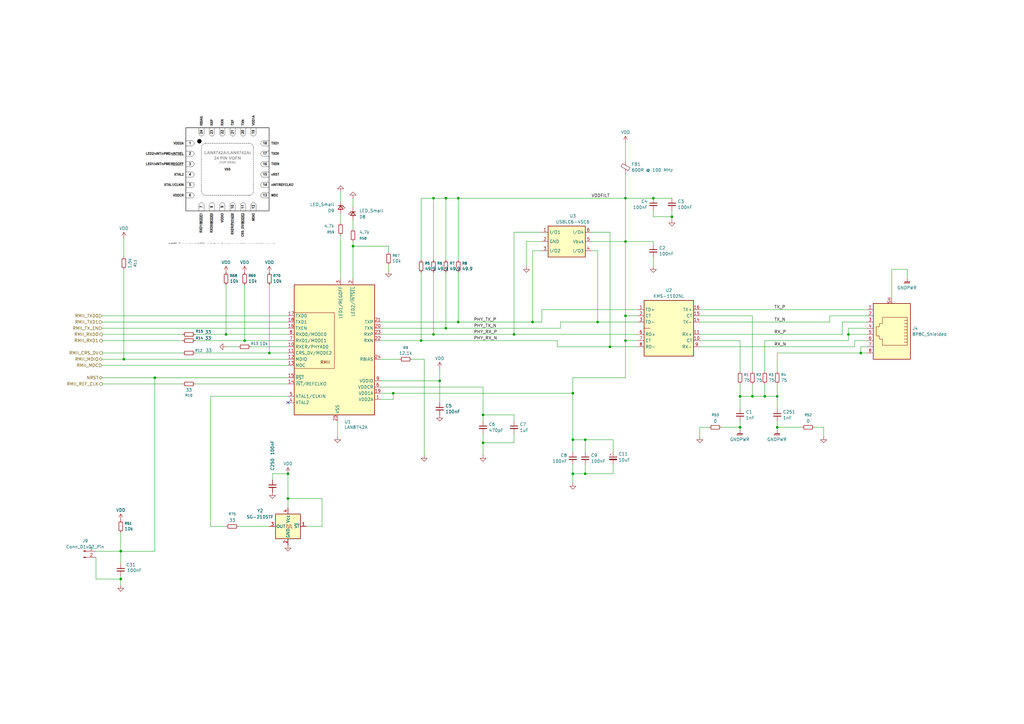
<source format=kicad_sch>
(kicad_sch (version 20250114) (generator "eeschema") (generator_version "9.0")
  (paper "A3")
  (lib_symbols
    (symbol "Connector:8P8C_Shielded" (pin_names (offset 1.016))
      (property "Reference" "J" (at -5.08 13.97 0))
      (property "Value" "8P8C_Shielded" (at 2.54 13.97 0))
      (symbol "8P8C_Shielded_0_1"
        (polyline (pts (xy -6.35 1.905) (xy -5.08 1.905) (xy -5.08 1.905)))
        (polyline (pts (xy -6.35 0.635) (xy -5.08 0.635) (xy -5.08 0.635)))
        (polyline (pts (xy -6.35 -0.635) (xy -5.08 -0.635) (xy -5.08 -0.635)))
        (polyline (pts (xy -6.35 -1.905) (xy -5.08 -1.905) (xy -5.08 -1.905)))
        (polyline (pts (xy -6.35 -3.175) (xy -5.08 -3.175) (xy -5.08 -3.175)))
        (polyline (pts (xy -6.35 -4.445) (xy -6.35 6.985) (xy 3.81 6.985) (xy 3.81 4.445) (xy 5.08 4.445) (xy 5.08 3.175) (xy 6.35 3.175) (xy 6.35 -0.635) (xy 5.08 -0.635) (xy 5.08 -1.905) (xy 3.81 -1.905) (xy 3.81 -4.445) (xy -6.35 -4.445) (xy -6.35 -4.445)))
        (polyline (pts (xy -5.08 5.715) (xy -6.35 5.715)))
        (polyline (pts (xy -5.08 4.445) (xy -6.35 4.445)))
        (polyline (pts (xy -5.08 3.175) (xy -6.35 3.175) (xy -6.35 3.175)))
        (rectangle (start 7.62 12.7) (end -7.62 -10.16) (stroke (width 0.254)) (fill (type background)))
      )
      (symbol "8P8C_Shielded_1_1"
        (pin passive line (at 0 -12.7 90) (length 2.54) (name "~") (number "SH"))
        (pin passive line (at 10.16 10.16 180) (length 2.54) (name "~") (number "8"))
        (pin passive line (at 10.16 7.62 180) (length 2.54) (name "~") (number "7"))
        (pin passive line (at 10.16 5.08 180) (length 2.54) (name "~") (number "6"))
        (pin passive line (at 10.16 2.54 180) (length 2.54) (name "~") (number "5"))
        (pin passive line (at 10.16 0 180) (length 2.54) (name "~") (number "4"))
        (pin passive line (at 10.16 -2.54 180) (length 2.54) (name "~") (number "3"))
        (pin passive line (at 10.16 -5.08 180) (length 2.54) (name "~") (number "2"))
        (pin passive line (at 10.16 -7.62 180) (length 2.54) (name "~") (number "1"))
      )
    )
    (symbol "Connector:Conn_01x02_Pin" (pin_names (offset 1.016) (hide yes))
      (property "Reference" "J" (at 0 2.54 0))
      (property "Value" "Conn_01x02_Pin" (at 0 -5.08 0))
      (symbol "Conn_01x02_Pin_1_1"
        (rectangle (start 0.8636 0.127) (end 0 -0.127) (stroke (width 0.1524)) (fill (type outline)))
        (rectangle (start 0.8636 -2.413) (end 0 -2.667) (stroke (width 0.1524)) (fill (type outline)))
        (polyline (pts (xy 1.27 0) (xy 0.8636 0)) (stroke (width 0.1524)))
        (polyline (pts (xy 1.27 -2.54) (xy 0.8636 -2.54)) (stroke (width 0.1524)))
        (pin passive line (at 5.08 0 180) (length 3.81) (name "Pin_1") (number "1"))
        (pin passive line (at 5.08 -2.54 180) (length 3.81) (name "Pin_2") (number "2"))
      )
    )
    (symbol "Device:C_Polarized_Small" (pin_numbers (hide yes)) (pin_names (offset 0.254) (hide yes))
      (property "Reference" "C" (at 0.254 1.778 0))
      (property "Value" "C_Polarized_Small" (at 0.254 -2.032 0))
      (symbol "C_Polarized_Small_0_1"
        (rectangle (start -1.524 0.6858) (end 1.524 0.3048))
        (rectangle (start -1.524 -0.3048) (end 1.524 -0.6858) (fill (type outline)))
        (polyline (pts (xy -1.27 1.524) (xy -0.762 1.524)))
        (polyline (pts (xy -1.016 1.27) (xy -1.016 1.778)))
      )
      (symbol "C_Polarized_Small_1_1"
        (pin passive line (at 0 2.54 270) (length 1.8542) (name "~") (number "1"))
        (pin passive line (at 0 -2.54 90) (length 1.8542) (name "~") (number "2"))
      )
    )
    (symbol "Device:C_Small" (pin_numbers (hide yes)) (pin_names (offset 0.254) (hide yes))
      (property "Reference" "C" (at 0.254 1.778 0))
      (property "Value" "C_Small" (at 0.254 -2.032 0))
      (symbol "C_Small_0_1"
        (polyline (pts (xy -1.524 0.508) (xy 1.524 0.508)) (stroke (width 0.3048)))
        (polyline (pts (xy -1.524 -0.508) (xy 1.524 -0.508)) (stroke (width 0.3302)))
      )
      (symbol "C_Small_1_1"
        (pin passive line (at 0 2.54 270) (length 2.032) (name "~") (number "1"))
        (pin passive line (at 0 -2.54 90) (length 2.032) (name "~") (number "2"))
      )
    )
    (symbol "Device:FerriteBead_Small" (pin_numbers (hide yes)) (pin_names (offset 0))
      (property "Reference" "FB" (at 1.905 1.27 0))
      (property "Value" "FerriteBead_Small" (at 1.905 -1.27 0))
      (symbol "FerriteBead_Small_0_1"
        (polyline (pts (xy -1.8288 0.2794) (xy -1.1176 1.4986) (xy 1.8288 -0.2032) (xy 1.1176 -1.4224) (xy -1.8288 0.2794)))
        (polyline (pts (xy 0 0.889) (xy 0 1.2954)))
        (polyline (pts (xy 0 -1.27) (xy 0 -0.7874)))
      )
      (symbol "FerriteBead_Small_1_1"
        (pin passive line (at 0 2.54 270) (length 1.27) (name "~") (number "1"))
        (pin passive line (at 0 -2.54 90) (length 1.27) (name "~") (number "2"))
      )
    )
    (symbol "Device:LED_Small" (pin_numbers (hide yes)) (pin_names (offset 0.254) (hide yes))
      (property "Reference" "D" (at -1.27 3.175 0))
      (property "Value" "LED_Small" (at -4.445 -2.54 0))
      (symbol "LED_Small_0_1"
        (polyline (pts (xy -0.762 -1.016) (xy -0.762 1.016)) (stroke (width 0.254)))
        (polyline (pts (xy 0 0.762) (xy -0.508 1.27) (xy -0.254 1.27) (xy -0.508 1.27) (xy -0.508 1.016)))
        (polyline (pts (xy 0.508 1.27) (xy 0 1.778) (xy 0.254 1.778) (xy 0 1.778) (xy 0 1.524)))
        (polyline (pts (xy 0.762 -1.016) (xy -0.762 0) (xy 0.762 1.016) (xy 0.762 -1.016)) (stroke (width 0.254)))
        (polyline (pts (xy 1.016 0) (xy -0.762 0)))
      )
      (symbol "LED_Small_1_1"
        (pin passive line (at -2.54 0 0) (length 1.778) (name "K") (number "1"))
        (pin passive line (at 2.54 0 180) (length 1.778) (name "A") (number "2"))
      )
    )
    (symbol "Device:R_Small" (pin_numbers (hide yes)) (pin_names (offset 0.254) (hide yes))
      (property "Reference" "R" (at 0 0 90))
      (property "Value" "R_Small" (at 1.778 0 90))
      (symbol "R_Small_0_1"
        (rectangle (start -0.762 1.778) (end 0.762 -1.778) (stroke (width 0.2032)))
      )
      (symbol "R_Small_1_1"
        (pin passive line (at 0 2.54 270) (length 0.762) (name "~") (number "1"))
        (pin passive line (at 0 -2.54 90) (length 0.762) (name "~") (number "2"))
      )
    )
    (symbol "Interface_Ethernet:LAN8742A"
      (property "Reference" "U1" (at 2.794 -28.194 0))
      (property "Value" "LAN8742A" (at 2.794 -30.48 0))
      (symbol "LAN8742A_0_0"
        (text "RMII" (at -5.08 -3.81 0) (effects (font (size 1.27 1.27))))
      )
      (symbol "LAN8742A_0_1"
        (rectangle (start -17.78 27.94) (end 15.24 -25.4) (stroke (width 0.254)) (fill (type background)))
        (polyline (pts (xy -17.78 -6.35) (xy -1.27 -6.35) (xy -1.27 16.51) (xy -17.78 16.51)))
      )
      (symbol "LAN8742A_1_1"
        (pin input line (at -20.32 15.24 0) (length 2.54) (name "TXD0") (number "17"))
        (pin input line (at -20.32 12.7 0) (length 2.54) (name "TXD1") (number "18"))
        (pin input line (at -20.32 10.16 0) (length 2.54) (name "TXEN") (number "16"))
        (pin bidirectional line (at -20.32 7.62 0) (length 2.54) (name "RXD0/MODE0") (number "8"))
        (pin bidirectional line (at -20.32 5.08 0) (length 2.54) (name "RXD1/MODE1") (number "7"))
        (pin output line (at -20.32 2.54 0) (length 2.54) (name "RXER/PHYAD0") (number "10"))
        (pin bidirectional line (at -20.32 0 0) (length 2.54) (name "CRS_DV/MODE2") (number "11"))
        (pin bidirectional line (at -20.32 -2.54 0) (length 2.54) (name "MDIO") (number "12"))
        (pin input line (at -20.32 -5.08 0) (length 2.54) (name "MDC") (number "13"))
        (pin input line (at -20.32 -10.16 0) (length 2.54) (name "~{RST}") (number "15"))
        (pin output line (at -20.32 -12.7 0) (length 2.54) (name "~{INT}/REFCLKO") (number "14"))
        (pin input line (at -20.32 -17.78 0) (length 2.54) (name "XTAL1/CLKIN") (number "5"))
        (pin output line (at -20.32 -20.32 0) (length 2.54) (name "XTAL2") (number "4"))
        (pin power_in line (at 0 -27.94 90) (length 2.54) (name "VSS") (number "25"))
        (pin bidirectional line (at 1.27 30.48 270) (length 2.54) (name "LED1/REGOFF") (number "3"))
        (pin bidirectional line (at 6.35 30.48 270) (length 2.54) (name "LED2/~{INTSEL}") (number "2"))
        (pin passive line (at 17.78 12.7 180) (length 2.54) (name "TXP") (number "21"))
        (pin passive line (at 17.78 10.16 180) (length 2.54) (name "TXN") (number "20"))
        (pin passive line (at 17.78 7.62 180) (length 2.54) (name "RXP") (number "23"))
        (pin passive line (at 17.78 5.08 180) (length 2.54) (name "RXN") (number "22"))
        (pin passive line (at 17.78 -2.54 180) (length 2.54) (name "RBIAS") (number "24"))
        (pin power_in line (at 17.78 -11.43 180) (length 2.54) (name "VDDIO") (number "9"))
        (pin power_in line (at 17.78 -13.97 180) (length 2.54) (name "VDDCR") (number "6"))
        (pin power_in line (at 17.78 -16.51 180) (length 2.54) (name "VDD1A") (number "19"))
        (pin power_in line (at 17.78 -19.05 180) (length 2.54) (name "VDD2A") (number "1"))
      )
    )
    (symbol "KMS-1102NL:KMS-1102NL"
      (property "Reference" "U" (at 0 12.7 0))
      (property "Value" "KMS-1102NL" (at 0 -12.7 0))
      (symbol "KMS-1102NL_0_1"
        (rectangle (start -10.16 11.43) (end 10.16 -11.43) (stroke (width 0.254)) (fill (type background)))
        (polyline (pts (xy -7.62 0) (xy -10.16 0)))
      )
      (symbol "KMS-1102NL_1_1"
        (pin passive line (at -12.7 7.62 0) (length 2.54) (name "TD+") (number "1"))
        (pin passive line (at -12.7 5.08 0) (length 2.54) (name "CT") (number "2"))
        (pin passive line (at -12.7 2.54 0) (length 2.54) (name "TD-") (number "3"))
        (pin passive line (at -12.7 -2.54 0) (length 2.54) (name "RD+") (number "6"))
        (pin passive line (at -12.7 -5.08 0) (length 2.54) (name "CT") (number "7"))
        (pin passive line (at -12.7 -7.62 0) (length 2.54) (name "RD-") (number "8"))
        (pin passive line (at 12.7 7.62 180) (length 2.54) (name "TX+") (number "16"))
        (pin passive line (at 12.7 5.08 180) (length 2.54) (name "CT") (number "15"))
        (pin passive line (at 12.7 2.54 180) (length 2.54) (name "TX-") (number "14"))
        (pin passive line (at 12.7 -2.54 180) (length 2.54) (name "RX+") (number "11"))
        (pin passive line (at 12.7 -5.08 180) (length 2.54) (name "CT") (number "10"))
        (pin passive line (at 12.7 -7.62 180) (length 2.54) (name "RX-") (number "9"))
      )
    )
    (symbol "Oscillator:SG-210STF" (pin_names (offset 0.254))
      (property "Reference" "Y" (at -5.08 6.35 0))
      (property "Value" "SG-210STF" (at 1.27 -6.35 0))
      (symbol "SG-210STF_0_1"
        (rectangle (start -5.08 5.08) (end 5.08 -5.08) (stroke (width 0.254)) (fill (type background)))
        (polyline (pts (xy -1.905 -0.635) (xy -1.27 -0.635) (xy -1.27 0.635) (xy -0.635 0.635) (xy -0.635 -0.635) (xy 0 -0.635) (xy 0 0.635) (xy 0.635 0.635) (xy 0.635 -0.635)))
      )
      (symbol "SG-210STF_1_1"
        (pin input line (at -7.62 0 0) (length 2.54) (name "~{ST}") (number "1"))
        (pin power_in line (at 0 7.62 270) (length 2.54) (name "Vcc") (number "4"))
        (pin power_in line (at 0 -7.62 90) (length 2.54) (name "GND") (number "2"))
        (pin output line (at 7.62 0 180) (length 2.54) (name "OUT") (number "3"))
      )
    )
    (symbol "USBLC6-4SC6:USBLC6-4SC6"
      (property "Reference" "U" (at 0.254 7.62 0))
      (property "Value" "USBLC6-4SC6" (at 0 -7.62 0))
      (symbol "USBLC6-4SC6_0_1"
        (rectangle (start -7.62 6.35) (end 7.62 -6.35) (stroke (width 0.254)) (fill (type background)))
      )
      (symbol "USBLC6-4SC6_1_1"
        (pin bidirectional line (at -10.16 3.81 0) (length 2.54) (name "I/O1") (number "1"))
        (pin power_in line (at -10.16 0 0) (length 2.54) (name "GND") (number "2"))
        (pin bidirectional line (at -10.16 -3.81 0) (length 2.54) (name "I/O2") (number "3"))
        (pin bidirectional line (at 10.16 3.81 180) (length 2.54) (name "I/O4") (number "6"))
        (pin power_in line (at 10.16 0 180) (length 2.54) (name "Vbus") (number "5"))
        (pin bidirectional line (at 10.16 -3.81 180) (length 2.54) (name "I/O3") (number "4"))
      )
    )
    (symbol "power:GND" (power) (pin_numbers (hide yes)) (pin_names (offset 0) (hide yes))
      (property "Value" "GND" (at 0 -3.81 0))
      (symbol "GND_0_1"
        (polyline (pts (xy 0 0) (xy 0 -1.27) (xy 1.27 -1.27) (xy 0 -2.54) (xy -1.27 -1.27) (xy 0 -1.27)))
      )
      (symbol "GND_1_1"
        (pin power_in line (at 0 0 270) (length 0) (name "~") (number "1"))
      )
    )
    (symbol "power:GNDPWR" (power) (pin_numbers (hide yes)) (pin_names (offset 0) (hide yes))
      (property "Value" "GNDPWR" (at 0 -3.302 0))
      (symbol "GNDPWR_0_1"
        (polyline (pts (xy -1.016 -1.27) (xy -1.27 -2.032) (xy -1.27 -2.032)) (stroke (width 0.2032)))
        (polyline (pts (xy -0.508 -1.27) (xy -0.762 -2.032) (xy -0.762 -2.032)) (stroke (width 0.2032)))
        (polyline (pts (xy 0 -1.27) (xy 0 0)))
        (polyline (pts (xy 0 -1.27) (xy -0.254 -2.032) (xy -0.254 -2.032)) (stroke (width 0.2032)))
        (polyline (pts (xy 0.508 -1.27) (xy 0.254 -2.032) (xy 0.254 -2.032)) (stroke (width 0.2032)))
        (polyline (pts (xy 1.016 -1.27) (xy -1.016 -1.27) (xy -1.016 -1.27)) (stroke (width 0.2032)))
        (polyline (pts (xy 1.016 -1.27) (xy 0.762 -2.032) (xy 0.762 -2.032) (xy 0.762 -2.032)) (stroke (width 0.2032)))
      )
      (symbol "GNDPWR_1_1"
        (pin power_in line (at 0 0 270) (length 0) (name "~") (number "1"))
      )
    )
    (symbol "power:VDD" (power) (pin_numbers (hide yes)) (pin_names (offset 0) (hide yes))
      (property "Value" "VDD" (at 0 3.556 0))
      (symbol "VDD_0_1"
        (polyline (pts (xy -0.762 1.27) (xy 0 2.54)))
        (polyline (pts (xy 0 2.54) (xy 0.762 1.27)))
        (polyline (pts (xy 0 0) (xy 0 2.54)))
      )
      (symbol "VDD_1_1"
        (pin power_in line (at 0 0 90) (length 0) (name "~") (number "1"))
      )
    )
  )
  (junction (at 256.54 139.7))
  (junction (at 118.11 194.31))
  (junction (at 275.59 88.9))
  (junction (at 177.8 137.16))
  (junction (at 250.19 142.24))
  (junction (at 100.33 139.7))
  (junction (at 49.53 237.49))
  (junction (at 118.11 204.47))
  (junction (at 144.78 100.965))
  (junction (at 198.12 170.18))
  (junction (at 303.53 162.56))
  (junction (at 63.5 154.94))
  (junction (at 50.8 147.32))
  (junction (at 234.95 161.29))
  (junction (at 110.49 144.78))
  (junction (at 347.98 137.16))
  (junction (at 240.03 194.31))
  (junction (at 318.77 175.26))
  (junction (at 180.34 156.21))
  (junction (at 256.54 129.54))
  (junction (at 256.54 99.06))
  (junction (at 308.61 162.56))
  (junction (at 353.06 144.78))
  (junction (at 313.69 162.56))
  (junction (at 198.12 181.61))
  (junction (at 172.72 139.7))
  (junction (at 187.96 132.08))
  (junction (at 245.11 132.08))
  (junction (at 92.71 137.16))
  (junction (at 218.44 132.08))
  (junction (at 187.96 81.28))
  (junction (at 256.54 81.28))
  (junction (at 177.8 81.28))
  (junction (at 240.03 180.34))
  (junction (at 49.53 226.06))
  (junction (at 234.95 194.31))
  (junction (at 267.97 81.28))
  (junction (at 303.53 175.26))
  (junction (at 182.88 134.62))
  (junction (at 210.82 137.16))
  (junction (at 318.77 162.56))
  (junction (at 182.88 81.28))
  (junction (at 161.29 161.29))
  (junction (at 234.95 180.34))
  (no_connect (at 118.11 165.1))
  (wire (pts (xy 156.21 132.08) (xy 187.96 132.08)))
  (wire (pts (xy 198.12 177.8) (xy 198.12 181.61)))
  (wire (pts (xy 92.71 142.24) (xy 97.79 142.24)))
  (wire (pts (xy 234.95 190.5) (xy 234.95 194.31)))
  (wire (pts (xy 340.36 132.08) (xy 340.36 129.54)))
  (wire (pts (xy 182.88 111.76) (xy 182.88 134.62)))
  (wire (pts (xy 118.11 194.31) (xy 118.11 204.47)))
  (wire (pts (xy 303.53 139.7) (xy 303.53 152.4)))
  (wire (pts (xy 49.53 226.06) (xy 49.53 231.14)))
  (wire (pts (xy 41.91 149.86) (xy 118.11 149.86)))
  (wire (pts (xy 177.8 111.76) (xy 177.8 137.16)))
  (wire (pts (xy 198.12 170.18) (xy 198.12 172.72)))
  (wire (pts (xy 365.76 110.49) (xy 372.11 110.49)))
  (wire (pts (xy 287.02 175.26) (xy 290.83 175.26)))
  (wire (pts (xy 156.21 137.16) (xy 177.8 137.16)))
  (wire (pts (xy 39.37 228.6) (xy 39.37 237.49)))
  (wire (pts (xy 308.61 157.48) (xy 308.61 162.56)))
  (wire (pts (xy 345.44 132.08) (xy 355.6 132.08)))
  (wire (pts (xy 39.37 226.06) (xy 49.53 226.06)))
  (wire (pts (xy 210.82 137.16) (xy 261.62 137.16)))
  (wire (pts (xy 161.29 161.29) (xy 161.29 163.83)))
  (wire (pts (xy 287.02 137.16) (xy 345.44 137.16)))
  (wire (pts (xy 222.25 132.08) (xy 222.25 127)))
  (wire (pts (xy 242.57 102.87) (xy 245.11 102.87)))
  (wire (pts (xy 303.53 162.56) (xy 303.53 167.64)))
  (wire (pts (xy 229.87 132.08) (xy 245.11 132.08)))
  (wire (pts (xy 340.36 129.54) (xy 355.6 129.54)))
  (wire (pts (xy 80.01 144.78) (xy 110.49 144.78)))
  (wire (pts (xy 110.49 116.84) (xy 110.49 144.78)))
  (wire (pts (xy 49.53 240.03) (xy 49.53 237.49)))
  (wire (pts (xy 144.78 85.09) (xy 144.78 81.28)))
  (wire (pts (xy 275.59 86.36) (xy 275.59 88.9)))
  (wire (pts (xy 347.98 137.16) (xy 355.6 137.16)))
  (wire (pts (xy 240.03 194.31) (xy 234.95 194.31)))
  (wire (pts (xy 240.03 190.5) (xy 240.03 194.31)))
  (wire (pts (xy 144.78 93.98) (xy 144.78 90.17)))
  (wire (pts (xy 161.29 161.29) (xy 234.95 161.29)))
  (wire (pts (xy 182.88 81.28) (xy 187.96 81.28)))
  (wire (pts (xy 250.19 142.24) (xy 261.62 142.24)))
  (wire (pts (xy 267.97 86.36) (xy 267.97 88.9)))
  (wire (pts (xy 256.54 99.06) (xy 267.97 99.06)))
  (wire (pts (xy 41.91 132.08) (xy 118.11 132.08)))
  (wire (pts (xy 267.97 99.06) (xy 267.97 100.33)))
  (wire (pts (xy 251.46 190.5) (xy 251.46 194.31)))
  (wire (pts (xy 74.93 139.7) (xy 41.91 139.7)))
  (wire (pts (xy 353.06 144.78) (xy 318.77 144.78)))
  (wire (pts (xy 261.62 129.54) (xy 256.54 129.54)))
  (wire (pts (xy 80.01 137.16) (xy 92.71 137.16)))
  (wire (pts (xy 144.78 100.965) (xy 144.78 99.06)))
  (wire (pts (xy 182.88 81.28) (xy 182.88 106.68)))
  (wire (pts (xy 303.53 172.72) (xy 303.53 175.26)))
  (wire (pts (xy 156.21 161.29) (xy 161.29 161.29)))
  (wire (pts (xy 313.69 157.48) (xy 313.69 162.56)))
  (wire (pts (xy 245.11 132.08) (xy 261.62 132.08)))
  (wire (pts (xy 287.02 132.08) (xy 340.36 132.08)))
  (wire (pts (xy 156.21 139.7) (xy 172.72 139.7)))
  (wire (pts (xy 318.77 144.78) (xy 318.77 152.4)))
  (wire (pts (xy 218.44 132.08) (xy 222.25 132.08)))
  (wire (pts (xy 187.96 111.76) (xy 187.96 132.08)))
  (wire (pts (xy 303.53 175.26) (xy 303.53 176.53)))
  (wire (pts (xy 138.43 172.72) (xy 138.43 179.07)))
  (wire (pts (xy 139.7 114.3) (xy 139.7 96.52)))
  (wire (pts (xy 172.72 106.68) (xy 172.72 81.28)))
  (wire (pts (xy 229.87 134.62) (xy 229.87 132.08)))
  (wire (pts (xy 337.82 175.26) (xy 334.01 175.26)))
  (wire (pts (xy 345.44 137.16) (xy 345.44 132.08)))
  (wire (pts (xy 267.97 81.28) (xy 275.59 81.28)))
  (wire (pts (xy 172.72 139.7) (xy 228.6 139.7)))
  (wire (pts (xy 159.385 100.965) (xy 144.78 100.965)))
  (wire (pts (xy 313.69 139.7) (xy 313.69 152.4)))
  (wire (pts (xy 139.7 82.55) (xy 139.7 78.74)))
  (wire (pts (xy 156.21 163.83) (xy 161.29 163.83)))
  (wire (pts (xy 242.57 99.06) (xy 256.54 99.06)))
  (wire (pts (xy 173.99 147.32) (xy 173.99 186.69)))
  (wire (pts (xy 100.33 139.7) (xy 118.11 139.7)))
  (wire (pts (xy 287.02 129.54) (xy 308.61 129.54)))
  (wire (pts (xy 256.54 129.54) (xy 256.54 99.06)))
  (wire (pts (xy 287.02 127) (xy 355.6 127)))
  (wire (pts (xy 256.54 71.12) (xy 256.54 81.28)))
  (wire (pts (xy 132.08 204.47) (xy 118.11 204.47)))
  (wire (pts (xy 74.93 157.48) (xy 41.91 157.48)))
  (wire (pts (xy 182.88 134.62) (xy 229.87 134.62)))
  (wire (pts (xy 350.52 139.7) (xy 355.6 139.7)))
  (wire (pts (xy 337.82 179.07) (xy 337.82 175.26)))
  (wire (pts (xy 198.12 158.75) (xy 198.12 170.18)))
  (wire (pts (xy 240.03 180.34) (xy 251.46 180.34)))
  (wire (pts (xy 187.96 81.28) (xy 187.96 106.68)))
  (wire (pts (xy 228.6 142.24) (xy 250.19 142.24)))
  (wire (pts (xy 250.19 95.25) (xy 250.19 142.24)))
  (wire (pts (xy 39.37 237.49) (xy 49.53 237.49)))
  (wire (pts (xy 102.87 142.24) (xy 118.11 142.24)))
  (wire (pts (xy 177.8 81.28) (xy 177.8 106.68)))
  (wire (pts (xy 261.62 139.7) (xy 256.54 139.7)))
  (wire (pts (xy 234.95 161.29) (xy 234.95 154.94)))
  (wire (pts (xy 86.36 162.56) (xy 86.36 215.9)))
  (wire (pts (xy 49.53 237.49) (xy 49.53 236.22)))
  (wire (pts (xy 210.82 181.61) (xy 198.12 181.61)))
  (wire (pts (xy 118.11 204.47) (xy 118.11 208.28)))
  (wire (pts (xy 74.93 137.16) (xy 41.91 137.16)))
  (wire (pts (xy 177.8 137.16) (xy 210.82 137.16)))
  (wire (pts (xy 132.08 215.9) (xy 132.08 204.47)))
  (wire (pts (xy 49.53 218.44) (xy 49.53 226.06)))
  (wire (pts (xy 41.91 129.54) (xy 118.11 129.54)))
  (wire (pts (xy 144.78 114.3) (xy 144.78 100.965)))
  (wire (pts (xy 210.82 177.8) (xy 210.82 181.61)))
  (wire (pts (xy 251.46 194.31) (xy 240.03 194.31)))
  (wire (pts (xy 218.44 102.87) (xy 218.44 132.08)))
  (wire (pts (xy 240.03 180.34) (xy 234.95 180.34)))
  (wire (pts (xy 355.6 142.24) (xy 353.06 142.24)))
  (wire (pts (xy 347.98 139.7) (xy 313.69 139.7)))
  (wire (pts (xy 187.96 81.28) (xy 256.54 81.28)))
  (wire (pts (xy 287.02 142.24) (xy 350.52 142.24)))
  (wire (pts (xy 318.77 162.56) (xy 318.77 167.64)))
  (wire (pts (xy 156.21 147.32) (xy 163.83 147.32)))
  (wire (pts (xy 222.25 127) (xy 261.62 127)))
  (wire (pts (xy 92.71 116.84) (xy 92.71 137.16)))
  (wire (pts (xy 92.71 137.16) (xy 118.11 137.16)))
  (wire (pts (xy 355.6 144.78) (xy 353.06 144.78)))
  (wire (pts (xy 168.91 147.32) (xy 173.99 147.32)))
  (wire (pts (xy 222.25 102.87) (xy 218.44 102.87)))
  (wire (pts (xy 303.53 157.48) (xy 303.53 162.56)))
  (wire (pts (xy 139.7 91.44) (xy 139.7 87.63)))
  (wire (pts (xy 215.9 99.06) (xy 215.9 109.22)))
  (wire (pts (xy 180.34 151.13) (xy 180.34 156.21)))
  (wire (pts (xy 41.91 134.62) (xy 118.11 134.62)))
  (wire (pts (xy 222.25 99.06) (xy 215.9 99.06)))
  (wire (pts (xy 318.77 162.56) (xy 313.69 162.56)))
  (wire (pts (xy 111.76 194.31) (xy 118.11 194.31)))
  (wire (pts (xy 100.33 116.84) (xy 100.33 139.7)))
  (wire (pts (xy 372.11 110.49) (xy 372.11 114.3)))
  (wire (pts (xy 228.6 139.7) (xy 228.6 142.24)))
  (wire (pts (xy 234.95 161.29) (xy 234.95 180.34)))
  (wire (pts (xy 86.36 215.9) (xy 92.71 215.9)))
  (wire (pts (xy 86.36 162.56) (xy 118.11 162.56)))
  (wire (pts (xy 177.8 81.28) (xy 182.88 81.28)))
  (wire (pts (xy 159.385 103.505) (xy 159.385 100.965)))
  (wire (pts (xy 159.385 108.585) (xy 159.385 111.125)))
  (wire (pts (xy 156.21 158.75) (xy 198.12 158.75)))
  (wire (pts (xy 111.76 196.85) (xy 111.76 194.31)))
  (wire (pts (xy 156.21 134.62) (xy 182.88 134.62)))
  (wire (pts (xy 267.97 105.41) (xy 267.97 109.22)))
  (wire (pts (xy 50.8 110.49) (xy 50.8 147.32)))
  (wire (pts (xy 256.54 58.42) (xy 256.54 66.04)))
  (wire (pts (xy 110.49 215.9) (xy 97.79 215.9)))
  (wire (pts (xy 353.06 142.24) (xy 353.06 144.78)))
  (wire (pts (xy 234.95 180.34) (xy 234.95 185.42)))
  (wire (pts (xy 313.69 162.56) (xy 308.61 162.56)))
  (wire (pts (xy 256.54 81.28) (xy 256.54 99.06)))
  (wire (pts (xy 74.93 144.78) (xy 41.91 144.78)))
  (wire (pts (xy 355.6 134.62) (xy 347.98 134.62)))
  (wire (pts (xy 198.12 181.61) (xy 198.12 186.69)))
  (wire (pts (xy 234.95 154.94) (xy 256.54 154.94)))
  (wire (pts (xy 287.02 179.07) (xy 287.02 175.26)))
  (wire (pts (xy 210.82 170.18) (xy 198.12 170.18)))
  (wire (pts (xy 222.25 95.25) (xy 210.82 95.25)))
  (wire (pts (xy 63.5 154.94) (xy 118.11 154.94)))
  (wire (pts (xy 63.5 154.94) (xy 63.5 226.06)))
  (wire (pts (xy 240.03 185.42) (xy 240.03 180.34)))
  (wire (pts (xy 50.8 147.32) (xy 118.11 147.32)))
  (wire (pts (xy 256.54 81.28) (xy 267.97 81.28)))
  (wire (pts (xy 110.49 144.78) (xy 118.11 144.78)))
  (wire (pts (xy 251.46 185.42) (xy 251.46 180.34)))
  (wire (pts (xy 80.01 139.7) (xy 100.33 139.7)))
  (wire (pts (xy 287.02 139.7) (xy 303.53 139.7)))
  (wire (pts (xy 125.73 215.9) (xy 132.08 215.9)))
  (wire (pts (xy 256.54 139.7) (xy 256.54 154.94)))
  (wire (pts (xy 172.72 111.76) (xy 172.72 139.7)))
  (wire (pts (xy 365.76 121.92) (xy 365.76 110.49)))
  (wire (pts (xy 318.77 175.26) (xy 318.77 176.53)))
  (wire (pts (xy 256.54 139.7) (xy 256.54 129.54)))
  (wire (pts (xy 318.77 172.72) (xy 318.77 175.26)))
  (wire (pts (xy 308.61 129.54) (xy 308.61 152.4)))
  (wire (pts (xy 245.11 102.87) (xy 245.11 132.08)))
  (wire (pts (xy 63.5 226.06) (xy 49.53 226.06)))
  (wire (pts (xy 41.91 154.94) (xy 63.5 154.94)))
  (wire (pts (xy 308.61 162.56) (xy 303.53 162.56)))
  (wire (pts (xy 50.8 97.79) (xy 50.8 105.41)))
  (wire (pts (xy 350.52 142.24) (xy 350.52 139.7)))
  (wire (pts (xy 210.82 95.25) (xy 210.82 137.16)))
  (wire (pts (xy 180.34 156.21) (xy 180.34 165.1)))
  (wire (pts (xy 210.82 172.72) (xy 210.82 170.18)))
  (wire (pts (xy 318.77 157.48) (xy 318.77 162.56)))
  (wire (pts (xy 172.72 81.28) (xy 177.8 81.28)))
  (wire (pts (xy 347.98 134.62) (xy 347.98 137.16)))
  (wire (pts (xy 234.95 194.31) (xy 234.95 198.12)))
  (wire (pts (xy 347.98 137.16) (xy 347.98 139.7)))
  (wire (pts (xy 41.91 147.32) (xy 50.8 147.32)))
  (wire (pts (xy 156.21 156.21) (xy 180.34 156.21)))
  (wire (pts (xy 242.57 95.25) (xy 250.19 95.25)))
  (wire (pts (xy 318.77 175.26) (xy 328.93 175.26)))
  (wire (pts (xy 267.97 88.9) (xy 275.59 88.9)))
  (wire (pts (xy 295.91 175.26) (xy 303.53 175.26)))
  (wire (pts (xy 80.01 157.48) (xy 118.11 157.48)))
  (wire (pts (xy 275.59 88.9) (xy 275.59 90.17)))
  (wire (pts (xy 187.96 132.08) (xy 218.44 132.08)))
  (image (at 91.44 72.39))
  (label "RX_P" (at 317.5 137.16 0))
  (label "PHY_TX_P" (at 194.31 132.08 0))
  (label "PHY_RX_P" (at 194.31 137.16 0))
  (label "TX_P" (at 317.5 127 0))
  (label "TX_N" (at 317.5 132.08 0))
  (label "PHY_RX_N" (at 194.31 139.7 0))
  (label "VDDFILT" (at 242.57 81.28 0))
  (label "PHY_TX_N" (at 194.31 134.62 0))
  (label "RX_N" (at 317.5 142.24 0))
  (hierarchical_label "RMII_TXD0" (shape input) (at 41.91 129.54 180))
  (hierarchical_label "RMII_REF_CLK" (shape output) (at 41.91 157.48 180))
  (hierarchical_label "NRST" (shape bidirectional) (at 41.91 154.94 180))
  (hierarchical_label "RMII_RXD0" (shape output) (at 41.91 137.16 180))
  (hierarchical_label "RMII_RXD1" (shape output) (at 41.91 139.7 180))
  (hierarchical_label "RMII_CRS_DV" (shape output) (at 41.91 144.78 180))
  (hierarchical_label "RMII_MDC" (shape input) (at 41.91 149.86 180))
  (hierarchical_label "RMII_TX_EN" (shape input) (at 41.91 134.62 180))
  (hierarchical_label "RMII_TXD1" (shape input) (at 41.91 132.08 180))
  (hierarchical_label "RMII_MDIO" (shape bidirectional) (at 41.91 147.32 180))
  (symbol (lib_id "Device:C_Polarized_Small") (at 251.46 187.96 0) (unit 1)
    (property "Reference" "C11" (at 253.619 186.2017 0) (effects (justify left)))
    (property "Value" "10uF" (at 253.619 188.626 0) (effects (justify left)))
    (property "Footprint" "Capacitor_SMD:C_1206_3216Metric" (effects (hide yes)))
    (property "Description" "Polarized capacitor, small symbol" (effects (hide yes)))
    (property "PN" "CL31A106KBHNNNE" (effects (hide yes)))
    (property "LCSC Part #" "C13585" (effects (hide yes)))
  )
  (symbol (lib_id "USBLC6-4SC6:USBLC6-4SC6") (at 232.41 99.06 0) (unit 1)
    (property "Reference" "U3" (at 234.8865 88.5655 0))
    (property "Value" "USBLC6-4SC6" (at 234.8865 90.9898 0))
    (property "Footprint" "Package_TO_SOT_SMD:SOT-23-6" (effects (hide yes)))
    (property "Description" "USB ESD Protection Device" (effects (hide yes)))
  )
  (symbol (lib_id "power:GND") (at 49.53 240.03 0) (unit 1)
    (property "Reference" "#PWR091" (effects (hide yes)))
    (property "Value" "GND" (effects (hide yes)))
    (property "Description" "Power symbol creates a global label with name \"GND\" , ground" (effects (hide yes)))
  )
  (symbol (lib_id "Device:R_Small") (at 187.96 109.22 0) (unit 1)
    (property "Reference" "R8" (at 189.4586 108.0078 0) (effects (font (size 1.016 1.016)) (justify left)))
    (property "Value" "49.9" (at 189.4586 110.2277 0) (effects (justify left)))
    (property "Footprint" "Resistor_SMD:R_0603_1608Metric" (effects (hide yes)))
    (property "Description" "Resistor, small symbol" (effects (hide yes)))
    (property "PN" "0603WAF499JT5E" (effects (hide yes)))
    (property "LCSC Part #" "C23185" (effects (hide yes)))
  )
  (symbol (lib_id "power:GND") (at 159.385 111.125 0) (unit 1)
    (property "Reference" "#PWR0110" (effects (hide yes)))
    (property "Value" "GND" (effects (hide yes)))
    (property "Description" "Power symbol creates a global label with name \"GND\" , ground" (effects (hide yes)))
  )
  (symbol (lib_id "Device:R_Small") (at 177.8 109.22 0) (unit 1)
    (property "Reference" "R6" (at 179.2986 108.0078 0) (effects (font (size 1.016 1.016)) (justify left)))
    (property "Value" "49.9" (at 179.2986 110.2277 0) (effects (justify left)))
    (property "Footprint" "Resistor_SMD:R_0603_1608Metric" (effects (hide yes)))
    (property "Description" "Resistor, small symbol" (effects (hide yes)))
    (property "PN" "0603WAF499JT5E" (effects (hide yes)))
    (property "LCSC Part #" "C23185" (effects (hide yes)))
  )
  (symbol (lib_id "Oscillator:SG-210STF") (at 118.11 215.9 0) (mirror y) (unit 1)
    (property "Reference" "Y2" (at 106.68 209.4798 0))
    (property "Value" "SG-210STF" (at 106.68 212.0198 0))
    (property "Footprint" "Oscillator:Oscillator_SMD_SeikoEpson_SG210-4Pin_2.5x2.0mm" (effects (hide yes)))
    (property "Datasheet" "https://support.epson.biz/td/api/doc_check.php?mode=dl&lang=en&Parts=SG-210STF" (effects (hide yes)))
    (property "Description" "CMOS Crystal Oscillator SPXO" (effects (hide yes)))
    (property "LCSC Part #" "C70560" (effects (hide yes)))
  )
  (symbol (lib_id "Device:R_Small") (at 182.88 109.22 0) (unit 1)
    (property "Reference" "R7" (at 184.3786 108.0078 0) (effects (font (size 1.016 1.016)) (justify left)))
    (property "Value" "49.9" (at 184.3786 110.2277 0) (effects (justify left)))
    (property "Footprint" "Resistor_SMD:R_0603_1608Metric" (effects (hide yes)))
    (property "Description" "Resistor, small symbol" (effects (hide yes)))
    (property "PN" "0603WAF499JT5E" (effects (hide yes)))
    (property "LCSC Part #" "C23185" (effects (hide yes)))
  )
  (symbol (lib_id "power:GND") (at 215.9 109.22 0) (unit 1)
    (property "Reference" "#PWR03" (effects (hide yes)))
    (property "Value" "GND" (effects (hide yes)))
    (property "Description" "Power symbol creates a global label with name \"GND\" , ground" (effects (hide yes)))
  )
  (symbol (lib_id "Device:C_Small") (at 318.77 170.18 0) (unit 1)
    (property "Reference" "C251" (at 321.0941 168.9741 0) (effects (justify left)))
    (property "Value" "1nF" (at 321.0941 171.3984 0) (effects (justify left)))
    (property "Footprint" "Capacitor_SMD:C_0603_1608Metric" (effects (hide yes)))
    (property "Description" "Unpolarized capacitor, small symbol" (effects (hide yes)))
    (property "PN" "CL10B102KB8NNNC" (effects (hide yes)))
    (property "LCSC Part #" "C1588" (effects (hide yes)))
  )
  (symbol (lib_id "Device:FerriteBead_Small") (at 256.54 68.58 0) (unit 1)
    (property "Reference" "FB1" (at 259.0038 67.3297 0) (effects (justify left)))
    (property "Value" "600R @ 100 MHz" (at 259.0038 69.754 0) (effects (justify left)))
    (property "Footprint" "Inductor_SMD:L_0603_1608Metric" (effects (hide yes)))
    (property "Description" "Ferrite bead, small symbol" (effects (hide yes)))
    (property "PN" "GZ1608D601TF" (effects (hide yes)))
    (property "LCSC Part #" "C1002" (effects (hide yes)))
  )
  (symbol (lib_id "power:VDD") (at 118.11 194.31 0) (mirror y) (unit 1)
    (property "Reference" "#PWR0114" (effects (hide yes)))
    (property "Value" "VDD" (at 118.11 190.1769 0))
    (property "Description" "Power symbol creates a global label with name \"VDD\"" (effects (hide yes)))
  )
  (symbol (lib_id "power:GNDPWR") (at 372.11 114.3 0) (unit 1)
    (property "Reference" "#PWR02" (effects (hide yes)))
    (property "Value" "GNDPWR" (at 371.983 118.0267 0))
    (property "Description" "Power symbol creates a global label with name \"GNDPWR\" , global ground" (effects (hide yes)))
  )
  (symbol (lib_id "power:GND") (at 234.95 198.12 0) (unit 1)
    (property "Reference" "#PWR010" (effects (hide yes)))
    (property "Value" "GND" (effects (hide yes)))
    (property "Description" "Power symbol creates a global label with name \"GND\" , ground" (effects (hide yes)))
  )
  (symbol (lib_id "Device:R_Small") (at 313.69 154.94 0) (unit 1)
    (property "Reference" "R3" (at 315.1886 153.7278 0) (effects (font (size 1.016 1.016)) (justify left)))
    (property "Value" "75" (at 315.1886 155.9477 0) (effects (justify left)))
    (property "Footprint" "Resistor_SMD:R_0603_1608Metric" (effects (hide yes)))
    (property "Description" "Resistor, small symbol" (effects (hide yes)))
    (property "PN" "0603WAF750JT5E" (effects (hide yes)))
    (property "LCSC Part #" "C4275" (effects (hide yes)))
  )
  (symbol (lib_id "Connector:Conn_01x02_Pin") (at 34.29 226.06 0) (unit 1)
    (property "Reference" "J9" (at 34.925 221.8393 0))
    (property "Value" "Conn_01x02_Pin" (at 34.925 224.2636 0))
    (property "Footprint" "Connector_PinHeader_2.54mm:PinHeader_1x02_P2.54mm_Vertical" (effects (hide yes)))
    (property "Description" "Generic connector, single row, 01x02, script generated" (effects (hide yes)))
  )
  (symbol (lib_id "power:GND") (at 92.71 142.24 270) (unit 1)
    (property "Reference" "#PWR014" (effects (hide yes)))
    (property "Value" "GND" (effects (hide yes)))
    (property "Description" "Power symbol creates a global label with name \"GND\" , ground" (effects (hide yes)))
  )
  (symbol (lib_id "Device:C_Small") (at 198.12 175.26 0) (unit 1)
    (property "Reference" "C6" (at 200.4441 174.0541 0) (effects (justify left)))
    (property "Value" "470pF" (at 200.4441 176.4784 0) (effects (justify left)))
    (property "Footprint" "Capacitor_SMD:C_0603_1608Metric" (effects (hide yes)))
    (property "Description" "Unpolarized capacitor, small symbol" (effects (hide yes)))
    (property "PN" "0603B471K500NT" (effects (hide yes)))
    (property "LCSC Part #" "C1620" (effects (hide yes)))
  )
  (symbol (lib_id "Device:R_Small") (at 318.77 154.94 0) (unit 1)
    (property "Reference" "R4" (at 320.2686 153.7278 0) (effects (font (size 1.016 1.016)) (justify left)))
    (property "Value" "75" (at 320.2686 155.9477 0) (effects (justify left)))
    (property "Footprint" "Resistor_SMD:R_0603_1608Metric" (effects (hide yes)))
    (property "Description" "Resistor, small symbol" (effects (hide yes)))
    (property "PN" "0603WAF750JT5E" (effects (hide yes)))
    (property "LCSC Part #" "C4275" (effects (hide yes)))
  )
  (symbol (lib_id "Interface_Ethernet:LAN8742A") (at 138.43 144.78 0) (unit 1)
    (property "Reference" "U1" (at 141.224 172.974 0) (effects (justify left)))
    (property "Value" "LAN8742A" (at 141.224 175.26 0) (effects (justify left)))
    (property "Footprint" "Package_DFN_QFN:VQFN-24-1EP_4x4mm_P0.5mm_EP2.5x2.5mm_ThermalVias" (effects (hide yes)))
    (property "Datasheet" "http://ww1.microchip.com/downloads/en/DeviceDoc/8742a.pdf" (effects (hide yes)))
    (property "Description" "LAN8720 Ethernet PHY with RMII interface, QFN-24" (effects (hide yes)))
    (property "LCSC Part #" "C621424" (effects (hide yes)))
  )
  (symbol (lib_id "Device:R_Small") (at 303.53 154.94 0) (unit 1)
    (property "Reference" "R1" (at 305.0286 153.7278 0) (effects (font (size 1.016 1.016)) (justify left)))
    (property "Value" "75" (at 305.0286 155.9477 0) (effects (justify left)))
    (property "Footprint" "Resistor_SMD:R_0603_1608Metric" (effects (hide yes)))
    (property "Description" "Resistor, small symbol" (effects (hide yes)))
    (property "PN" "0603WAF750JT5E" (effects (hide yes)))
    (property "LCSC Part #" "C4275" (effects (hide yes)))
  )
  (symbol (lib_id "Device:R_Small") (at 172.72 109.22 0) (unit 1)
    (property "Reference" "R5" (at 174.2186 108.0078 0) (effects (font (size 1.016 1.016)) (justify left)))
    (property "Value" "49.9" (at 174.2186 110.2277 0) (effects (justify left)))
    (property "Footprint" "Resistor_SMD:R_0603_1608Metric" (effects (hide yes)))
    (property "Description" "Resistor, small symbol" (effects (hide yes)))
    (property "PN" "0603WAF499JT5E" (effects (hide yes)))
    (property "LCSC Part #" "C23185" (effects (hide yes)))
  )
  (symbol (lib_id "Device:R_Small") (at 77.47 144.78 90) (mirror x) (unit 1)
    (property "Reference" "R12" (at 81.534 143.764 90) (effects (font (size 1.016 1.016))))
    (property "Value" "33" (at 85.598 143.764 90))
    (property "Footprint" "Resistor_SMD:R_0603_1608Metric" (effects (hide yes)))
    (property "Description" "Resistor, small symbol" (effects (hide yes)))
    (property "LCSC Part #" "C23140" (effects (hide yes)))
  )
  (symbol (lib_id "power:VDD") (at 49.53 213.36 0) (unit 1)
    (property "Reference" "#PWR0289" (effects (hide yes)))
    (property "Value" "VDD" (at 49.53 209.2269 0))
    (property "Description" "Power symbol creates a global label with name \"VDD\"" (effects (hide yes)))
  )
  (symbol (lib_id "Device:C_Small") (at 111.76 199.39 0) (unit 1)
    (property "Reference" "C250" (at 111.76 193.04 90) (effects (justify left)))
    (property "Value" "100nF" (at 111.76 186.69 90) (effects (justify left)))
    (property "Footprint" "Capacitor_SMD:C_0603_1608Metric" (effects (hide yes)))
    (property "Description" "Unpolarized capacitor, small symbol" (effects (hide yes)))
    (property "PN" "CC0603KRX7R9BB104" (effects (hide yes)))
    (property "LCSC Part #" "C14663" (effects (hide yes)))
  )
  (symbol (lib_id "Device:R_Small") (at 139.7 93.98 180) (unit 1)
    (property "Reference" "R59" (at 137.16 95.2501 0) (effects (font (size 1.016 1.016)) (justify left)))
    (property "Value" "4.7k" (at 137.16 92.7101 0) (effects (justify left)))
    (property "Footprint" "Resistor_SMD:R_0603_1608Metric" (effects (hide yes)))
    (property "Description" "Resistor, small symbol" (effects (hide yes)))
    (property "LCSC Part #" "C23162" (effects (hide yes)))
  )
  (symbol (lib_id "Device:R_Small") (at 159.385 106.045 180) (unit 1)
    (property "Reference" "R67" (at 160.8836 104.8328 0) (effects (font (size 1.016 1.016)) (justify right)))
    (property "Value" "10k" (at 160.8836 107.0527 0) (effects (justify right)))
    (property "Footprint" "Resistor_SMD:R_0603_1608Metric" (effects (hide yes)))
    (property "Description" "Resistor, small symbol" (effects (hide yes)))
    (property "LCSC Part #" "C15401" (effects (hide yes)))
  )
  (symbol (lib_id "power:GND") (at 111.76 201.93 0) (mirror y) (unit 1)
    (property "Reference" "#PWR0116" (effects (hide yes)))
    (property "Value" "GND" (effects (hide yes)))
    (property "Description" "Power symbol creates a global label with name \"GND\" , ground" (effects (hide yes)))
  )
  (symbol (lib_id "power:GND") (at 287.02 179.07 0) (mirror y) (unit 1)
    (property "Reference" "#PWR097" (effects (hide yes)))
    (property "Value" "GND" (effects (hide yes)))
    (property "Description" "Power symbol creates a global label with name \"GND\" , ground" (effects (hide yes)))
  )
  (symbol (lib_id "power:GNDPWR") (at 303.53 176.53 0) (unit 1)
    (property "Reference" "#PWR01" (effects (hide yes)))
    (property "Value" "GNDPWR" (at 303.403 180.2567 0))
    (property "Description" "Power symbol creates a global label with name \"GNDPWR\" , global ground" (effects (hide yes)))
  )
  (symbol (lib_id "Device:C_Small") (at 49.53 233.68 0) (mirror y) (unit 1)
    (property "Reference" "C31" (at 55.626 231.648 0) (effects (justify left)))
    (property "Value" "100nF" (at 58.166 233.934 0) (effects (justify left)))
    (property "Footprint" "Capacitor_SMD:C_0603_1608Metric" (effects (hide yes)))
    (property "Description" "Unpolarized capacitor, small symbol" (effects (hide yes)))
    (property "PN" "CC0603KRX7R9BB104" (effects (hide yes)))
    (property "LCSC Part #" "C14663" (effects (hide yes)))
  )
  (symbol (lib_id "power:GND") (at 337.82 179.07 0) (unit 1)
    (property "Reference" "#PWR07" (effects (hide yes)))
    (property "Value" "GND" (effects (hide yes)))
    (property "Description" "Power symbol creates a global label with name \"GND\" , ground" (effects (hide yes)))
  )
  (symbol (lib_id "power:VDD") (at 50.8 97.79 0) (unit 1)
    (property "Reference" "#PWR013" (effects (hide yes)))
    (property "Value" "VDD" (at 50.8 93.6569 0))
    (property "Description" "Power symbol creates a global label with name \"VDD\"" (effects (hide yes)))
  )
  (symbol (lib_id "power:GND") (at 180.34 170.18 0) (unit 1)
    (property "Reference" "#PWR08" (effects (hide yes)))
    (property "Value" "GND" (effects (hide yes)))
    (property "Description" "Power symbol creates a global label with name \"GND\" , ground" (effects (hide yes)))
  )
  (symbol (lib_id "Connector:8P8C_Shielded") (at 365.76 134.62 180) (unit 1)
    (property "Reference" "J4" (at 374.142 134.6778 0) (effects (justify right)))
    (property "Value" "8P8C_Shielded" (at 374.142 137.1021 0) (effects (justify right)))
    (property "Footprint" "eth68:Adamtech_MTJ-88ARX1-FSM-LG" (effects (hide yes)))
    (property "Description" "RJ connector, 8P8C (8 positions 8 connected), RJ31/RJ32/RJ33/RJ34/RJ35/RJ41/RJ45/RJ49/RJ61, Shielded" (effects (hide yes)))
  )
  (symbol (lib_id "Device:R_Small") (at 92.71 114.3 180) (unit 1)
    (property "Reference" "R68" (at 94.2086 113.0878 0) (effects (font (size 1.016 1.016)) (justify right)))
    (property "Value" "10k" (at 94.2086 115.3077 0) (effects (justify right)))
    (property "Footprint" "Resistor_SMD:R_0603_1608Metric" (effects (hide yes)))
    (property "Description" "Resistor, small symbol" (effects (hide yes)))
    (property "LCSC Part #" "C15401" (effects (hide yes)))
  )
  (symbol (lib_id "power:GND") (at 118.11 223.52 0) (mirror y) (unit 1)
    (property "Reference" "#PWR0115" (effects (hide yes)))
    (property "Value" "GND" (effects (hide yes)))
    (property "Description" "Power symbol creates a global label with name \"GND\" , ground" (effects (hide yes)))
  )
  (symbol (lib_id "power:GND") (at 198.12 186.69 0) (unit 1)
    (property "Reference" "#PWR09" (effects (hide yes)))
    (property "Value" "GND" (effects (hide yes)))
    (property "Description" "Power symbol creates a global label with name \"GND\" , ground" (effects (hide yes)))
  )
  (symbol (lib_id "Device:LED_Small") (at 139.7 85.09 270) (unit 1)
    (property "Reference" "D9" (at 137.16 86.4236 90) (effects (justify right)))
    (property "Value" "LED_Small" (at 137.16 83.8836 90) (effects (justify right)))
    (property "Footprint" "LED_SMD:LED_0603_1608Metric" (effects (hide yes)))
    (property "Description" "Light emitting diode, small symbol" (effects (hide yes)))
    (property "Sim.Pin" "1=K 2=A" (effects (hide yes)))
    (property "PN" "    KT-0603R" (effects (hide yes)))
    (property "LCSC Part #" "C2286" (effects (hide yes)))
  )
  (symbol (lib_id "power:GND") (at 267.97 109.22 0) (unit 1)
    (property "Reference" "#PWR04" (effects (hide yes)))
    (property "Value" "GND" (effects (hide yes)))
    (property "Description" "Power symbol creates a global label with name \"GND\" , ground" (effects (hide yes)))
  )
  (symbol (lib_id "power:VDD") (at 180.34 151.13 0) (unit 1)
    (property "Reference" "#PWR038" (effects (hide yes)))
    (property "Value" "VDD" (at 180.34 146.9969 0))
    (property "Description" "Power symbol creates a global label with name \"VDD\"" (effects (hide yes)))
  )
  (symbol (lib_id "Device:R_Small") (at 100.33 114.3 180) (unit 1)
    (property "Reference" "R69" (at 101.8286 113.0878 0) (effects (font (size 1.016 1.016)) (justify right)))
    (property "Value" "10k" (at 101.8286 115.3077 0) (effects (justify right)))
    (property "Footprint" "Resistor_SMD:R_0603_1608Metric" (effects (hide yes)))
    (property "Description" "Resistor, small symbol" (effects (hide yes)))
    (property "LCSC Part #" "C15401" (effects (hide yes)))
  )
  (symbol (lib_id "Device:R_Small") (at 77.47 139.7 90) (mirror x) (unit 1)
    (property "Reference" "R14" (at 81.788 138.684 90) (effects (font (size 1.016 1.016))))
    (property "Value" "33" (at 85.344 138.684 90))
    (property "Footprint" "Resistor_SMD:R_0603_1608Metric" (effects (hide yes)))
    (property "Description" "Resistor, small symbol" (effects (hide yes)))
    (property "LCSC Part #" "C23140" (effects (hide yes)))
  )
  (symbol (lib_id "power:VDD") (at 100.33 111.76 0) (unit 1)
    (property "Reference" "#PWR0290" (effects (hide yes)))
    (property "Value" "VDD" (at 100.33 107.6269 0))
    (property "Description" "Power symbol creates a global label with name \"VDD\"" (effects (hide yes)))
  )
  (symbol (lib_id "Device:C_Small") (at 210.82 175.26 0) (unit 1)
    (property "Reference" "C7" (at 213.1441 174.0541 0) (effects (justify left)))
    (property "Value" "1uF" (at 213.1441 176.4784 0) (effects (justify left)))
    (property "Footprint" "Capacitor_SMD:C_0603_1608Metric" (effects (hide yes)))
    (property "Description" "Unpolarized capacitor, small symbol" (effects (hide yes)))
    (property "PN" "CL10A105KB8NNNC" (effects (hide yes)))
    (property "LCSC Part #" "C15849" (effects (hide yes)))
  )
  (symbol (lib_id "Device:R_Small") (at 77.47 137.16 90) (mirror x) (unit 1)
    (property "Reference" "R15" (at 81.788 135.89 90) (effects (font (size 1.016 1.016))))
    (property "Value" "33" (at 85.344 136.144 90))
    (property "Footprint" "Resistor_SMD:R_0603_1608Metric" (effects (hide yes)))
    (property "Description" "Resistor, small symbol" (effects (hide yes)))
    (property "LCSC Part #" "C23140" (effects (hide yes)))
  )
  (symbol (lib_id "Device:R_Small") (at 331.47 175.26 90) (unit 1)
    (property "Reference" "R52" (at 331.47 170.18 90) (effects (font (size 1.016 1.016))))
    (property "Value" "0" (at 331.47 172.72 90))
    (property "Footprint" "Resistor_SMD:R_0603_1608Metric" (effects (hide yes)))
    (property "Description" "Resistor, small symbol" (effects (hide yes)))
    (property "LCSC Part #" "C21189" (effects (hide yes)))
  )
  (symbol (lib_id "Device:R_Small") (at 100.33 142.24 90) (mirror x) (unit 1)
    (property "Reference" "R13" (at 104.394 140.97 90) (effects (font (size 1.016 1.016))))
    (property "Value" "10k" (at 108.204 140.97 90))
    (property "Footprint" "Resistor_SMD:R_0603_1608Metric" (effects (hide yes)))
    (property "Description" "Resistor, small symbol" (effects (hide yes)))
    (property "LCSC Part #" "C15401" (effects (hide yes)))
  )
  (symbol (lib_id "Device:R_Small") (at 144.78 96.52 0) (mirror x) (unit 1)
    (property "Reference" "R58" (at 147.32 97.7901 0) (effects (font (size 1.016 1.016)) (justify left)))
    (property "Value" "4.7k" (at 147.32 95.2501 0) (effects (justify left)))
    (property "Footprint" "Resistor_SMD:R_0603_1608Metric" (effects (hide yes)))
    (property "Description" "Resistor, small symbol" (effects (hide yes)))
    (property "LCSC Part #" "C23162" (effects (hide yes)))
  )
  (symbol (lib_id "Device:C_Small") (at 267.97 102.87 0) (unit 1)
    (property "Reference" "C2" (at 270.2941 101.6641 0) (effects (justify left)))
    (property "Value" "100nF" (at 270.2941 104.0884 0) (effects (justify left)))
    (property "Footprint" "Capacitor_SMD:C_0603_1608Metric" (effects (hide yes)))
    (property "Description" "Unpolarized capacitor, small symbol" (effects (hide yes)))
    (property "PN" "CC0603KRX7R9BB104" (effects (hide yes)))
    (property "LCSC Part #" "C14663" (effects (hide yes)))
  )
  (symbol (lib_id "Device:R_Small") (at 50.8 107.95 0) (mirror x) (unit 1)
    (property "Reference" "R11" (at 55.4767 107.95 90) (effects (font (size 1.016 1.016))))
    (property "Value" "1.5k" (at 53.2568 107.95 90))
    (property "Footprint" "Resistor_SMD:R_0603_1608Metric" (effects (hide yes)))
    (property "Description" "Resistor, small symbol" (effects (hide yes)))
    (property "LCSC Part #" "C22843" (effects (hide yes)))
  )
  (symbol (lib_id "Device:LED_Small") (at 144.78 87.63 90) (mirror x) (unit 1)
    (property "Reference" "D8" (at 147.32 88.9636 90) (effects (justify right)))
    (property "Value" "LED_Small" (at 147.32 86.4236 90) (effects (justify right)))
    (property "Footprint" "LED_SMD:LED_0603_1608Metric" (effects (hide yes)))
    (property "Description" "Light emitting diode, small symbol" (effects (hide yes)))
    (property "Sim.Pin" "1=K 2=A" (effects (hide yes)))
    (property "PN" "    KT-0603R" (effects (hide yes)))
    (property "LCSC Part #" "C2286" (effects (hide yes)))
  )
  (symbol (lib_id "Device:C_Small") (at 240.03 187.96 0) (unit 1)
    (property "Reference" "C9" (at 242.3541 186.7541 0) (effects (justify left)))
    (property "Value" "100nF" (at 242.3541 189.1784 0) (effects (justify left)))
    (property "Footprint" "Capacitor_SMD:C_0603_1608Metric" (effects (hide yes)))
    (property "Description" "Unpolarized capacitor, small symbol" (effects (hide yes)))
    (property "PN" "CC0603KRX7R9BB104" (effects (hide yes)))
    (property "LCSC Part #" "C14663" (effects (hide yes)))
  )
  (symbol (lib_id "Device:R_Small") (at 293.37 175.26 270) (mirror x) (unit 1)
    (property "Reference" "R53" (at 293.37 170.18 90) (effects (font (size 1.016 1.016))))
    (property "Value" "0" (at 293.37 172.72 90))
    (property "Footprint" "Resistor_SMD:R_0603_1608Metric" (effects (hide yes)))
    (property "Description" "Resistor, small symbol" (effects (hide yes)))
    (property "LCSC Part #" "C21189" (effects (hide yes)))
  )
  (symbol (lib_id "Device:R_Small") (at 110.49 114.3 180) (unit 1)
    (property "Reference" "R70" (at 111.9886 113.0878 0) (effects (font (size 1.016 1.016)) (justify right)))
    (property "Value" "10k" (at 111.9886 115.3077 0) (effects (justify right)))
    (property "Footprint" "Resistor_SMD:R_0603_1608Metric" (effects (hide yes)))
    (property "Description" "Resistor, small symbol" (effects (hide yes)))
    (property "LCSC Part #" "C15401" (effects (hide yes)))
  )
  (symbol (lib_id "Device:R_Small") (at 49.53 215.9 180) (unit 1)
    (property "Reference" "R51" (at 51.0286 214.6878 0) (effects (font (size 1.016 1.016)) (justify right)))
    (property "Value" "10k" (at 51.0286 216.9077 0) (effects (justify right)))
    (property "Footprint" "Resistor_SMD:R_0603_1608Metric" (effects (hide yes)))
    (property "Description" "Resistor, small symbol" (effects (hide yes)))
    (property "LCSC Part #" "C15401" (effects (hide yes)))
  )
  (symbol (lib_id "KMS-1102NL:KMS-1102NL") (at 274.32 134.62 0) (unit 1)
    (property "Reference" "U2" (at 274.32 119.0455 0))
    (property "Value" "KMS-1102NL" (at 274.32 121.4698 0))
    (property "Footprint" "KMS-1102NL:Untitled" (effects (hide yes)))
    (property "Description" "Ethernet Transformer" (effects (hide yes)))
  )
  (symbol (lib_id "Device:C_Small") (at 303.53 170.18 0) (unit 1)
    (property "Reference" "C1" (at 305.8541 168.9741 0) (effects (justify left)))
    (property "Value" "1nF" (at 305.8541 171.3984 0) (effects (justify left)))
    (property "Footprint" "Capacitor_SMD:C_0603_1608Metric" (effects (hide yes)))
    (property "Description" "Unpolarized capacitor, small symbol" (effects (hide yes)))
    (property "PN" "CL10B102KB8NNNC" (effects (hide yes)))
    (property "LCSC Part #" "C1588" (effects (hide yes)))
  )
  (symbol (lib_id "Device:R_Small") (at 77.47 157.48 90) (mirror x) (unit 1)
    (property "Reference" "R10" (at 77.47 162.1567 90) (effects (font (size 1.016 1.016))))
    (property "Value" "33" (at 77.47 159.9368 90))
    (property "Footprint" "Resistor_SMD:R_0603_1608Metric" (effects (hide yes)))
    (property "Description" "Resistor, small symbol" (effects (hide yes)))
    (property "LCSC Part #" "C23140" (effects (hide yes)))
  )
  (symbol (lib_id "Device:C_Small") (at 234.95 187.96 0) (mirror y) (unit 1)
    (property "Reference" "C8" (at 232.6259 186.7541 0) (effects (justify left)))
    (property "Value" "100nF" (at 232.6259 189.1784 0) (effects (justify left)))
    (property "Footprint" "Capacitor_SMD:C_0603_1608Metric" (effects (hide yes)))
    (property "Description" "Unpolarized capacitor, small symbol" (effects (hide yes)))
    (property "PN" "CC0603KRX7R9BB104" (effects (hide yes)))
    (property "LCSC Part #" "C14663" (effects (hide yes)))
  )
  (symbol (lib_id "Device:C_Small") (at 267.97 83.82 0) (mirror y) (unit 1)
    (property "Reference" "C4" (at 265.6459 82.6141 0) (effects (justify left)))
    (property "Value" "100nF" (at 265.6459 85.0384 0) (effects (justify left)))
    (property "Footprint" "Capacitor_SMD:C_0603_1608Metric" (effects (hide yes)))
    (property "Description" "Unpolarized capacitor, small symbol" (effects (hide yes)))
    (property "PN" "CC0603KRX7R9BB104" (effects (hide yes)))
    (property "LCSC Part #" "C14663" (effects (hide yes)))
  )
  (symbol (lib_id "power:GND") (at 173.99 186.69 0) (unit 1)
    (property "Reference" "#PWR06" (effects (hide yes)))
    (property "Value" "GND" (effects (hide yes)))
    (property "Description" "Power symbol creates a global label with name \"GND\" , ground" (effects (hide yes)))
  )
  (symbol (lib_id "Device:R_Small") (at 308.61 154.94 0) (unit 1)
    (property "Reference" "R2" (at 310.1086 153.7278 0) (effects (font (size 1.016 1.016)) (justify left)))
    (property "Value" "75" (at 310.1086 155.9477 0) (effects (justify left)))
    (property "Footprint" "Resistor_SMD:R_0603_1608Metric" (effects (hide yes)))
    (property "Description" "Resistor, small symbol" (effects (hide yes)))
    (property "PN" "0603WAF750JT5E" (effects (hide yes)))
    (property "LCSC Part #" "C4275" (effects (hide yes)))
  )
  (symbol (lib_id "Device:R_Small") (at 95.25 215.9 90) (mirror x) (unit 1)
    (property "Reference" "R75" (at 95.25 210.82 90) (effects (font (size 1.016 1.016))))
    (property "Value" "33" (at 95.25 213.36 90))
    (property "Footprint" "Resistor_SMD:R_0603_1608Metric" (effects (hide yes)))
    (property "Description" "Resistor, small symbol" (effects (hide yes)))
    (property "LCSC Part #" "C23140" (effects (hide yes)))
  )
  (symbol (lib_id "power:VDD") (at 256.54 58.42 0) (unit 1)
    (property "Reference" "#PWR05" (effects (hide yes)))
    (property "Value" "VDD" (at 256.54 54.2869 0))
    (property "Description" "Power symbol creates a global label with name \"VDD\"" (effects (hide yes)))
  )
  (symbol (lib_id "power:GND") (at 138.43 179.07 0) (unit 1)
    (property "Reference" "#PWR015" (effects (hide yes)))
    (property "Value" "GND" (effects (hide yes)))
    (property "Description" "Power symbol creates a global label with name \"GND\" , ground" (effects (hide yes)))
  )
  (symbol (lib_id "power:VDD") (at 110.49 111.76 0) (unit 1)
    (property "Reference" "#PWR0104" (effects (hide yes)))
    (property "Value" "VDD" (at 110.49 107.6269 0))
    (property "Description" "Power symbol creates a global label with name \"VDD\"" (effects (hide yes)))
  )
  (symbol (lib_id "power:GND") (at 139.7 78.74 180) (unit 1)
    (property "Reference" "#PWR0101" (effects (hide yes)))
    (property "Value" "GND" (effects (hide yes)))
    (property "Description" "Power symbol creates a global label with name \"GND\" , ground" (effects (hide yes)))
  )
  (symbol (lib_id "Device:C_Small") (at 275.59 83.82 0) (unit 1)
    (property "Reference" "C3" (at 277.9141 82.6141 0) (effects (justify left)))
    (property "Value" "100nF" (at 277.9141 85.0384 0) (effects (justify left)))
    (property "Footprint" "Capacitor_SMD:C_0603_1608Metric" (effects (hide yes)))
    (property "Description" "Unpolarized capacitor, small symbol" (effects (hide yes)))
    (property "PN" "CC0603KRX7R9BB104" (effects (hide yes)))
    (property "LCSC Part #" "C14663" (effects (hide yes)))
  )
  (symbol (lib_id "power:VDD") (at 92.71 111.76 0) (unit 1)
    (property "Reference" "#PWR016" (effects (hide yes)))
    (property "Value" "VDD" (at 92.71 107.6269 0))
    (property "Description" "Power symbol creates a global label with name \"VDD\"" (effects (hide yes)))
  )
  (symbol (lib_id "power:GND") (at 275.59 90.17 0) (unit 1)
    (property "Reference" "#PWR094" (effects (hide yes)))
    (property "Value" "GND" (effects (hide yes)))
    (property "Description" "Power symbol creates a global label with name \"GND\" , ground" (effects (hide yes)))
  )
  (symbol (lib_id "power:GND") (at 144.78 81.28 0) (mirror x) (unit 1)
    (property "Reference" "#PWR0100" (effects (hide yes)))
    (property "Value" "GND" (effects (hide yes)))
    (property "Description" "Power symbol creates a global label with name \"GND\" , ground" (effects (hide yes)))
  )
  (symbol (lib_id "power:GNDPWR") (at 318.77 176.53 0) (unit 1)
    (property "Reference" "#PWR095" (effects (hide yes)))
    (property "Value" "GNDPWR" (at 318.643 180.2567 0))
    (property "Description" "Power symbol creates a global label with name \"GNDPWR\" , global ground" (effects (hide yes)))
  )
  (symbol (lib_id "Device:R_Small") (at 166.37 147.32 90) (unit 1)
    (property "Reference" "R9" (at 166.37 142.6433 90) (effects (font (size 1.016 1.016))))
    (property "Value" "12.1k" (at 166.37 144.8632 90))
    (property "Footprint" "Resistor_SMD:R_0603_1608Metric" (effects (hide yes)))
    (property "Description" "Resistor, small symbol" (effects (hide yes)))
    (property "PN" "RT0603BRD0712K1L" (effects (hide yes)))
  )
  (symbol (lib_id "Device:C_Small") (at 180.34 167.64 0) (unit 1)
    (property "Reference" "C5" (at 182.6641 166.4341 0) (effects (justify left)))
    (property "Value" "100nF" (at 182.6641 168.8584 0) (effects (justify left)))
    (property "Footprint" "Capacitor_SMD:C_0603_1608Metric" (effects (hide yes)))
    (property "Description" "Unpolarized capacitor, small symbol" (effects (hide yes)))
    (property "PN" "CC0603KRX7R9BB104" (effects (hide yes)))
    (property "LCSC Part #" "C14663" (effects (hide yes)))
  )
)
</source>
